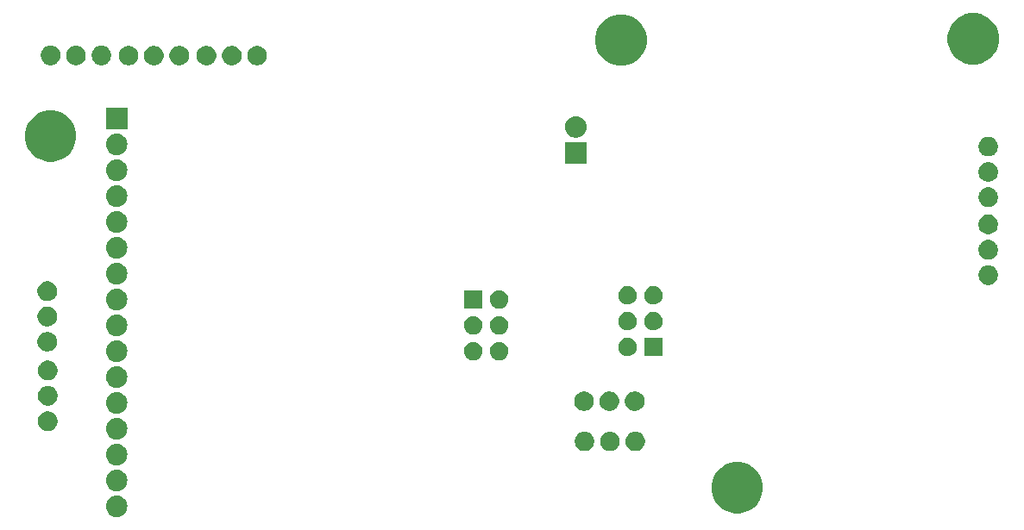
<source format=gbs>
G04 #@! TF.GenerationSoftware,KiCad,Pcbnew,(5.1.4-0-10_14)*
G04 #@! TF.CreationDate,2019-11-22T04:33:24-05:00*
G04 #@! TF.ProjectId,controllerBoard,636f6e74-726f-46c6-9c65-72426f617264,rev?*
G04 #@! TF.SameCoordinates,Original*
G04 #@! TF.FileFunction,Soldermask,Bot*
G04 #@! TF.FilePolarity,Negative*
%FSLAX46Y46*%
G04 Gerber Fmt 4.6, Leading zero omitted, Abs format (unit mm)*
G04 Created by KiCad (PCBNEW (5.1.4-0-10_14)) date 2019-11-22 04:33:24*
%MOMM*%
%LPD*%
G04 APERTURE LIST*
%ADD10C,0.100000*%
G04 APERTURE END LIST*
D10*
G36*
X31878707Y-99389197D02*
G01*
X31955836Y-99396793D01*
X32153762Y-99456833D01*
X32153765Y-99456834D01*
X32336170Y-99554332D01*
X32496055Y-99685545D01*
X32627268Y-99845430D01*
X32724766Y-100027835D01*
X32724767Y-100027838D01*
X32784807Y-100225764D01*
X32805080Y-100431600D01*
X32784807Y-100637436D01*
X32724767Y-100835362D01*
X32724766Y-100835365D01*
X32627268Y-101017770D01*
X32496055Y-101177655D01*
X32336170Y-101308868D01*
X32153765Y-101406366D01*
X32153762Y-101406367D01*
X31955836Y-101466407D01*
X31878707Y-101474004D01*
X31801580Y-101481600D01*
X31698420Y-101481600D01*
X31621293Y-101474004D01*
X31544164Y-101466407D01*
X31346238Y-101406367D01*
X31346235Y-101406366D01*
X31163830Y-101308868D01*
X31003945Y-101177655D01*
X30872732Y-101017770D01*
X30775234Y-100835365D01*
X30775233Y-100835362D01*
X30715193Y-100637436D01*
X30694920Y-100431600D01*
X30715193Y-100225764D01*
X30775233Y-100027838D01*
X30775234Y-100027835D01*
X30872732Y-99845430D01*
X31003945Y-99685545D01*
X31163830Y-99554332D01*
X31346235Y-99456834D01*
X31346238Y-99456833D01*
X31544164Y-99396793D01*
X31621293Y-99389197D01*
X31698420Y-99381600D01*
X31801580Y-99381600D01*
X31878707Y-99389197D01*
X31878707Y-99389197D01*
G37*
G36*
X93395452Y-96175699D02*
G01*
X93854808Y-96365971D01*
X93854810Y-96365972D01*
X93885393Y-96386407D01*
X94268219Y-96642203D01*
X94619797Y-96993781D01*
X94896029Y-97407192D01*
X95086301Y-97866548D01*
X95183300Y-98354197D01*
X95183300Y-98851403D01*
X95086301Y-99339052D01*
X94896029Y-99798408D01*
X94619797Y-100211819D01*
X94268219Y-100563397D01*
X94062917Y-100700575D01*
X93854810Y-100839628D01*
X93854809Y-100839629D01*
X93854808Y-100839629D01*
X93395452Y-101029901D01*
X92907803Y-101126900D01*
X92410597Y-101126900D01*
X91922948Y-101029901D01*
X91463592Y-100839629D01*
X91463591Y-100839629D01*
X91463590Y-100839628D01*
X91255483Y-100700575D01*
X91050181Y-100563397D01*
X90698603Y-100211819D01*
X90422371Y-99798408D01*
X90232099Y-99339052D01*
X90135100Y-98851403D01*
X90135100Y-98354197D01*
X90232099Y-97866548D01*
X90422371Y-97407192D01*
X90698603Y-96993781D01*
X91050181Y-96642203D01*
X91433007Y-96386407D01*
X91463590Y-96365972D01*
X91463592Y-96365971D01*
X91922948Y-96175699D01*
X92410597Y-96078700D01*
X92907803Y-96078700D01*
X93395452Y-96175699D01*
X93395452Y-96175699D01*
G37*
G36*
X31878707Y-96849196D02*
G01*
X31955836Y-96856793D01*
X32153762Y-96916833D01*
X32153765Y-96916834D01*
X32336170Y-97014332D01*
X32496055Y-97145545D01*
X32627268Y-97305430D01*
X32724766Y-97487835D01*
X32724767Y-97487838D01*
X32784807Y-97685764D01*
X32805080Y-97891600D01*
X32784807Y-98097436D01*
X32724767Y-98295362D01*
X32724766Y-98295365D01*
X32627268Y-98477770D01*
X32496055Y-98637655D01*
X32336170Y-98768868D01*
X32153765Y-98866366D01*
X32153762Y-98866367D01*
X31955836Y-98926407D01*
X31878707Y-98934003D01*
X31801580Y-98941600D01*
X31698420Y-98941600D01*
X31621293Y-98934003D01*
X31544164Y-98926407D01*
X31346238Y-98866367D01*
X31346235Y-98866366D01*
X31163830Y-98768868D01*
X31003945Y-98637655D01*
X30872732Y-98477770D01*
X30775234Y-98295365D01*
X30775233Y-98295362D01*
X30715193Y-98097436D01*
X30694920Y-97891600D01*
X30715193Y-97685764D01*
X30775233Y-97487838D01*
X30775234Y-97487835D01*
X30872732Y-97305430D01*
X31003945Y-97145545D01*
X31163830Y-97014332D01*
X31346235Y-96916834D01*
X31346238Y-96916833D01*
X31544164Y-96856793D01*
X31621293Y-96849196D01*
X31698420Y-96841600D01*
X31801580Y-96841600D01*
X31878707Y-96849196D01*
X31878707Y-96849196D01*
G37*
G36*
X31878707Y-94309197D02*
G01*
X31955836Y-94316793D01*
X32153762Y-94376833D01*
X32153765Y-94376834D01*
X32336170Y-94474332D01*
X32496055Y-94605545D01*
X32627268Y-94765430D01*
X32724766Y-94947835D01*
X32724767Y-94947838D01*
X32784807Y-95145764D01*
X32805080Y-95351600D01*
X32784807Y-95557436D01*
X32724767Y-95755362D01*
X32724766Y-95755365D01*
X32627268Y-95937770D01*
X32496055Y-96097655D01*
X32336170Y-96228868D01*
X32153765Y-96326366D01*
X32153762Y-96326367D01*
X31955836Y-96386407D01*
X31878707Y-96394003D01*
X31801580Y-96401600D01*
X31698420Y-96401600D01*
X31621293Y-96394003D01*
X31544164Y-96386407D01*
X31346238Y-96326367D01*
X31346235Y-96326366D01*
X31163830Y-96228868D01*
X31003945Y-96097655D01*
X30872732Y-95937770D01*
X30775234Y-95755365D01*
X30775233Y-95755362D01*
X30715193Y-95557436D01*
X30694920Y-95351600D01*
X30715193Y-95145764D01*
X30775233Y-94947838D01*
X30775234Y-94947835D01*
X30872732Y-94765430D01*
X31003945Y-94605545D01*
X31163830Y-94474332D01*
X31346235Y-94376834D01*
X31346238Y-94376833D01*
X31544164Y-94316793D01*
X31621293Y-94309197D01*
X31698420Y-94301600D01*
X31801580Y-94301600D01*
X31878707Y-94309197D01*
X31878707Y-94309197D01*
G37*
G36*
X82932204Y-93131168D02*
G01*
X83019742Y-93167428D01*
X83107278Y-93203686D01*
X83107279Y-93203687D01*
X83264837Y-93308963D01*
X83398837Y-93442963D01*
X83475470Y-93557654D01*
X83504114Y-93600522D01*
X83576632Y-93775596D01*
X83613600Y-93961450D01*
X83613600Y-94150950D01*
X83576632Y-94336804D01*
X83560051Y-94376833D01*
X83504114Y-94511878D01*
X83504113Y-94511879D01*
X83398837Y-94669437D01*
X83264837Y-94803437D01*
X83133479Y-94891207D01*
X83107278Y-94908714D01*
X83019742Y-94944972D01*
X82932204Y-94981232D01*
X82746350Y-95018200D01*
X82556850Y-95018200D01*
X82370996Y-94981232D01*
X82283458Y-94944972D01*
X82195922Y-94908714D01*
X82169721Y-94891207D01*
X82038363Y-94803437D01*
X81904363Y-94669437D01*
X81799087Y-94511879D01*
X81799086Y-94511878D01*
X81743149Y-94376833D01*
X81726568Y-94336804D01*
X81689600Y-94150950D01*
X81689600Y-93961450D01*
X81726568Y-93775596D01*
X81762828Y-93688058D01*
X81799086Y-93600522D01*
X81827730Y-93557654D01*
X81904363Y-93442963D01*
X82038363Y-93308963D01*
X82195921Y-93203687D01*
X82195922Y-93203686D01*
X82283458Y-93167428D01*
X82370996Y-93131168D01*
X82556850Y-93094200D01*
X82746350Y-93094200D01*
X82932204Y-93131168D01*
X82932204Y-93131168D01*
G37*
G36*
X80443004Y-93131168D02*
G01*
X80530542Y-93167428D01*
X80618078Y-93203686D01*
X80618079Y-93203687D01*
X80775637Y-93308963D01*
X80909637Y-93442963D01*
X80986270Y-93557654D01*
X81014914Y-93600522D01*
X81087432Y-93775596D01*
X81124400Y-93961450D01*
X81124400Y-94150950D01*
X81087432Y-94336804D01*
X81070851Y-94376833D01*
X81014914Y-94511878D01*
X81014913Y-94511879D01*
X80909637Y-94669437D01*
X80775637Y-94803437D01*
X80644279Y-94891207D01*
X80618078Y-94908714D01*
X80530542Y-94944972D01*
X80443004Y-94981232D01*
X80257150Y-95018200D01*
X80067650Y-95018200D01*
X79881796Y-94981232D01*
X79794258Y-94944972D01*
X79706722Y-94908714D01*
X79680521Y-94891207D01*
X79549163Y-94803437D01*
X79415163Y-94669437D01*
X79309887Y-94511879D01*
X79309886Y-94511878D01*
X79253949Y-94376833D01*
X79237368Y-94336804D01*
X79200400Y-94150950D01*
X79200400Y-93961450D01*
X79237368Y-93775596D01*
X79273628Y-93688058D01*
X79309886Y-93600522D01*
X79338530Y-93557654D01*
X79415163Y-93442963D01*
X79549163Y-93308963D01*
X79706721Y-93203687D01*
X79706722Y-93203686D01*
X79794258Y-93167428D01*
X79881796Y-93131168D01*
X80067650Y-93094200D01*
X80257150Y-93094200D01*
X80443004Y-93131168D01*
X80443004Y-93131168D01*
G37*
G36*
X77953804Y-93131168D02*
G01*
X78041342Y-93167428D01*
X78128878Y-93203686D01*
X78128879Y-93203687D01*
X78286437Y-93308963D01*
X78420437Y-93442963D01*
X78497070Y-93557654D01*
X78525714Y-93600522D01*
X78598232Y-93775596D01*
X78635200Y-93961450D01*
X78635200Y-94150950D01*
X78598232Y-94336804D01*
X78581651Y-94376833D01*
X78525714Y-94511878D01*
X78525713Y-94511879D01*
X78420437Y-94669437D01*
X78286437Y-94803437D01*
X78155079Y-94891207D01*
X78128878Y-94908714D01*
X78041342Y-94944972D01*
X77953804Y-94981232D01*
X77767950Y-95018200D01*
X77578450Y-95018200D01*
X77392596Y-94981232D01*
X77305058Y-94944972D01*
X77217522Y-94908714D01*
X77191321Y-94891207D01*
X77059963Y-94803437D01*
X76925963Y-94669437D01*
X76820687Y-94511879D01*
X76820686Y-94511878D01*
X76764749Y-94376833D01*
X76748168Y-94336804D01*
X76711200Y-94150950D01*
X76711200Y-93961450D01*
X76748168Y-93775596D01*
X76784428Y-93688058D01*
X76820686Y-93600522D01*
X76849330Y-93557654D01*
X76925963Y-93442963D01*
X77059963Y-93308963D01*
X77217521Y-93203687D01*
X77217522Y-93203686D01*
X77305058Y-93167428D01*
X77392596Y-93131168D01*
X77578450Y-93094200D01*
X77767950Y-93094200D01*
X77953804Y-93131168D01*
X77953804Y-93131168D01*
G37*
G36*
X31878707Y-91769196D02*
G01*
X31955836Y-91776793D01*
X32153762Y-91836833D01*
X32153765Y-91836834D01*
X32336170Y-91934332D01*
X32496055Y-92065545D01*
X32627268Y-92225430D01*
X32724766Y-92407835D01*
X32724767Y-92407838D01*
X32784807Y-92605764D01*
X32805080Y-92811600D01*
X32784807Y-93017436D01*
X32724767Y-93215362D01*
X32724766Y-93215365D01*
X32627268Y-93397770D01*
X32496055Y-93557655D01*
X32336170Y-93688868D01*
X32153765Y-93786366D01*
X32153762Y-93786367D01*
X31955836Y-93846407D01*
X31878707Y-93854003D01*
X31801580Y-93861600D01*
X31698420Y-93861600D01*
X31621293Y-93854003D01*
X31544164Y-93846407D01*
X31346238Y-93786367D01*
X31346235Y-93786366D01*
X31163830Y-93688868D01*
X31003945Y-93557655D01*
X30872732Y-93397770D01*
X30775234Y-93215365D01*
X30775233Y-93215362D01*
X30715193Y-93017436D01*
X30694920Y-92811600D01*
X30715193Y-92605764D01*
X30775233Y-92407838D01*
X30775234Y-92407835D01*
X30872732Y-92225430D01*
X31003945Y-92065545D01*
X31163830Y-91934332D01*
X31346235Y-91836834D01*
X31346238Y-91836833D01*
X31544164Y-91776793D01*
X31621293Y-91769196D01*
X31698420Y-91761600D01*
X31801580Y-91761600D01*
X31878707Y-91769196D01*
X31878707Y-91769196D01*
G37*
G36*
X25274204Y-91149968D02*
G01*
X25361742Y-91186228D01*
X25449278Y-91222486D01*
X25449279Y-91222487D01*
X25606837Y-91327763D01*
X25740837Y-91461763D01*
X25828607Y-91593121D01*
X25846114Y-91619322D01*
X25918632Y-91794396D01*
X25955600Y-91980250D01*
X25955600Y-92169750D01*
X25918632Y-92355604D01*
X25896997Y-92407835D01*
X25846114Y-92530678D01*
X25846113Y-92530679D01*
X25740837Y-92688237D01*
X25606837Y-92822237D01*
X25475479Y-92910007D01*
X25449278Y-92927514D01*
X25274204Y-93000032D01*
X25088350Y-93037000D01*
X24898850Y-93037000D01*
X24712996Y-93000032D01*
X24537922Y-92927514D01*
X24511721Y-92910007D01*
X24380363Y-92822237D01*
X24246363Y-92688237D01*
X24141087Y-92530679D01*
X24141086Y-92530678D01*
X24090203Y-92407835D01*
X24068568Y-92355604D01*
X24031600Y-92169750D01*
X24031600Y-91980250D01*
X24068568Y-91794396D01*
X24141086Y-91619322D01*
X24158593Y-91593121D01*
X24246363Y-91461763D01*
X24380363Y-91327763D01*
X24537921Y-91222487D01*
X24537922Y-91222486D01*
X24625458Y-91186228D01*
X24712996Y-91149968D01*
X24898850Y-91113000D01*
X25088350Y-91113000D01*
X25274204Y-91149968D01*
X25274204Y-91149968D01*
G37*
G36*
X31878707Y-89229197D02*
G01*
X31955836Y-89236793D01*
X32153762Y-89296833D01*
X32153765Y-89296834D01*
X32336170Y-89394332D01*
X32496055Y-89525545D01*
X32627268Y-89685430D01*
X32724766Y-89867835D01*
X32724767Y-89867838D01*
X32784807Y-90065764D01*
X32805080Y-90271600D01*
X32784807Y-90477436D01*
X32774676Y-90510832D01*
X32724766Y-90675365D01*
X32627268Y-90857770D01*
X32496055Y-91017655D01*
X32336170Y-91148868D01*
X32153765Y-91246366D01*
X32153762Y-91246367D01*
X31955836Y-91306407D01*
X31878707Y-91314004D01*
X31801580Y-91321600D01*
X31698420Y-91321600D01*
X31621293Y-91314004D01*
X31544164Y-91306407D01*
X31346238Y-91246367D01*
X31346235Y-91246366D01*
X31163830Y-91148868D01*
X31003945Y-91017655D01*
X30872732Y-90857770D01*
X30775234Y-90675365D01*
X30725324Y-90510832D01*
X30715193Y-90477436D01*
X30694920Y-90271600D01*
X30715193Y-90065764D01*
X30775233Y-89867838D01*
X30775234Y-89867835D01*
X30872732Y-89685430D01*
X31003945Y-89525545D01*
X31163830Y-89394332D01*
X31346235Y-89296834D01*
X31346238Y-89296833D01*
X31544164Y-89236793D01*
X31621293Y-89229197D01*
X31698420Y-89221600D01*
X31801580Y-89221600D01*
X31878707Y-89229197D01*
X31878707Y-89229197D01*
G37*
G36*
X82881404Y-89194168D02*
G01*
X82947630Y-89221600D01*
X83056478Y-89266686D01*
X83056479Y-89266687D01*
X83214037Y-89371963D01*
X83348037Y-89505963D01*
X83435807Y-89637321D01*
X83453314Y-89663522D01*
X83525832Y-89838596D01*
X83562800Y-90024450D01*
X83562800Y-90213950D01*
X83525832Y-90399804D01*
X83453314Y-90574878D01*
X83453313Y-90574879D01*
X83348037Y-90732437D01*
X83214037Y-90866437D01*
X83082679Y-90954207D01*
X83056478Y-90971714D01*
X82881404Y-91044232D01*
X82695550Y-91081200D01*
X82506050Y-91081200D01*
X82320196Y-91044232D01*
X82232658Y-91007972D01*
X82145122Y-90971714D01*
X82118921Y-90954207D01*
X81987563Y-90866437D01*
X81853563Y-90732437D01*
X81748287Y-90574879D01*
X81748286Y-90574878D01*
X81712028Y-90487342D01*
X81675768Y-90399804D01*
X81638800Y-90213950D01*
X81638800Y-90024450D01*
X81675768Y-89838596D01*
X81712028Y-89751058D01*
X81748286Y-89663522D01*
X81765793Y-89637321D01*
X81853563Y-89505963D01*
X81987563Y-89371963D01*
X82145121Y-89266687D01*
X82145122Y-89266686D01*
X82253970Y-89221600D01*
X82320196Y-89194168D01*
X82506050Y-89157200D01*
X82695550Y-89157200D01*
X82881404Y-89194168D01*
X82881404Y-89194168D01*
G37*
G36*
X80392204Y-89194168D02*
G01*
X80458430Y-89221600D01*
X80567278Y-89266686D01*
X80567279Y-89266687D01*
X80724837Y-89371963D01*
X80858837Y-89505963D01*
X80946607Y-89637321D01*
X80964114Y-89663522D01*
X81036632Y-89838596D01*
X81073600Y-90024450D01*
X81073600Y-90213950D01*
X81036632Y-90399804D01*
X80964114Y-90574878D01*
X80964113Y-90574879D01*
X80858837Y-90732437D01*
X80724837Y-90866437D01*
X80593479Y-90954207D01*
X80567278Y-90971714D01*
X80392204Y-91044232D01*
X80206350Y-91081200D01*
X80016850Y-91081200D01*
X79830996Y-91044232D01*
X79743458Y-91007972D01*
X79655922Y-90971714D01*
X79629721Y-90954207D01*
X79498363Y-90866437D01*
X79364363Y-90732437D01*
X79259087Y-90574879D01*
X79259086Y-90574878D01*
X79222828Y-90487342D01*
X79186568Y-90399804D01*
X79149600Y-90213950D01*
X79149600Y-90024450D01*
X79186568Y-89838596D01*
X79222828Y-89751058D01*
X79259086Y-89663522D01*
X79276593Y-89637321D01*
X79364363Y-89505963D01*
X79498363Y-89371963D01*
X79655921Y-89266687D01*
X79655922Y-89266686D01*
X79764770Y-89221600D01*
X79830996Y-89194168D01*
X80016850Y-89157200D01*
X80206350Y-89157200D01*
X80392204Y-89194168D01*
X80392204Y-89194168D01*
G37*
G36*
X77903004Y-89194168D02*
G01*
X77969230Y-89221600D01*
X78078078Y-89266686D01*
X78078079Y-89266687D01*
X78235637Y-89371963D01*
X78369637Y-89505963D01*
X78457407Y-89637321D01*
X78474914Y-89663522D01*
X78547432Y-89838596D01*
X78584400Y-90024450D01*
X78584400Y-90213950D01*
X78547432Y-90399804D01*
X78474914Y-90574878D01*
X78474913Y-90574879D01*
X78369637Y-90732437D01*
X78235637Y-90866437D01*
X78104279Y-90954207D01*
X78078078Y-90971714D01*
X77903004Y-91044232D01*
X77717150Y-91081200D01*
X77527650Y-91081200D01*
X77341796Y-91044232D01*
X77254258Y-91007972D01*
X77166722Y-90971714D01*
X77140521Y-90954207D01*
X77009163Y-90866437D01*
X76875163Y-90732437D01*
X76769887Y-90574879D01*
X76769886Y-90574878D01*
X76733628Y-90487342D01*
X76697368Y-90399804D01*
X76660400Y-90213950D01*
X76660400Y-90024450D01*
X76697368Y-89838596D01*
X76733628Y-89751058D01*
X76769886Y-89663522D01*
X76787393Y-89637321D01*
X76875163Y-89505963D01*
X77009163Y-89371963D01*
X77166721Y-89266687D01*
X77166722Y-89266686D01*
X77275570Y-89221600D01*
X77341796Y-89194168D01*
X77527650Y-89157200D01*
X77717150Y-89157200D01*
X77903004Y-89194168D01*
X77903004Y-89194168D01*
G37*
G36*
X25274204Y-88660768D02*
G01*
X25361742Y-88697028D01*
X25449278Y-88733286D01*
X25449279Y-88733287D01*
X25606837Y-88838563D01*
X25740837Y-88972563D01*
X25828607Y-89103921D01*
X25846114Y-89130122D01*
X25857330Y-89157200D01*
X25918632Y-89305196D01*
X25955600Y-89491050D01*
X25955600Y-89680550D01*
X25918632Y-89866404D01*
X25882372Y-89953942D01*
X25846114Y-90041478D01*
X25846113Y-90041479D01*
X25740837Y-90199037D01*
X25606837Y-90333037D01*
X25475479Y-90420807D01*
X25449278Y-90438314D01*
X25361742Y-90474572D01*
X25274204Y-90510832D01*
X25088350Y-90547800D01*
X24898850Y-90547800D01*
X24712996Y-90510832D01*
X24625458Y-90474572D01*
X24537922Y-90438314D01*
X24511721Y-90420807D01*
X24380363Y-90333037D01*
X24246363Y-90199037D01*
X24141087Y-90041479D01*
X24141086Y-90041478D01*
X24104828Y-89953942D01*
X24068568Y-89866404D01*
X24031600Y-89680550D01*
X24031600Y-89491050D01*
X24068568Y-89305196D01*
X24129870Y-89157200D01*
X24141086Y-89130122D01*
X24158593Y-89103921D01*
X24246363Y-88972563D01*
X24380363Y-88838563D01*
X24537921Y-88733287D01*
X24537922Y-88733286D01*
X24625458Y-88697028D01*
X24712996Y-88660768D01*
X24898850Y-88623800D01*
X25088350Y-88623800D01*
X25274204Y-88660768D01*
X25274204Y-88660768D01*
G37*
G36*
X31878707Y-86689196D02*
G01*
X31955836Y-86696793D01*
X32153762Y-86756833D01*
X32153765Y-86756834D01*
X32336170Y-86854332D01*
X32496055Y-86985545D01*
X32627268Y-87145430D01*
X32724766Y-87327835D01*
X32724767Y-87327838D01*
X32784807Y-87525764D01*
X32805080Y-87731600D01*
X32784807Y-87937436D01*
X32748052Y-88058600D01*
X32724766Y-88135365D01*
X32627268Y-88317770D01*
X32496055Y-88477655D01*
X32336170Y-88608868D01*
X32153765Y-88706366D01*
X32153762Y-88706367D01*
X31955836Y-88766407D01*
X31878707Y-88774003D01*
X31801580Y-88781600D01*
X31698420Y-88781600D01*
X31621293Y-88774003D01*
X31544164Y-88766407D01*
X31346238Y-88706367D01*
X31346235Y-88706366D01*
X31163830Y-88608868D01*
X31003945Y-88477655D01*
X30872732Y-88317770D01*
X30775234Y-88135365D01*
X30751948Y-88058600D01*
X30715193Y-87937436D01*
X30694920Y-87731600D01*
X30715193Y-87525764D01*
X30775233Y-87327838D01*
X30775234Y-87327835D01*
X30872732Y-87145430D01*
X31003945Y-86985545D01*
X31163830Y-86854332D01*
X31346235Y-86756834D01*
X31346238Y-86756833D01*
X31544164Y-86696793D01*
X31621293Y-86689196D01*
X31698420Y-86681600D01*
X31801580Y-86681600D01*
X31878707Y-86689196D01*
X31878707Y-86689196D01*
G37*
G36*
X25274204Y-86171568D02*
G01*
X25361742Y-86207828D01*
X25449278Y-86244086D01*
X25449279Y-86244087D01*
X25606837Y-86349363D01*
X25740837Y-86483363D01*
X25828607Y-86614721D01*
X25846114Y-86640922D01*
X25862963Y-86681600D01*
X25918632Y-86815996D01*
X25955600Y-87001850D01*
X25955600Y-87191350D01*
X25918632Y-87377204D01*
X25882372Y-87464742D01*
X25846114Y-87552278D01*
X25846113Y-87552279D01*
X25740837Y-87709837D01*
X25606837Y-87843837D01*
X25475479Y-87931607D01*
X25449278Y-87949114D01*
X25361742Y-87985372D01*
X25274204Y-88021632D01*
X25088350Y-88058600D01*
X24898850Y-88058600D01*
X24712996Y-88021632D01*
X24625458Y-87985372D01*
X24537922Y-87949114D01*
X24511721Y-87931607D01*
X24380363Y-87843837D01*
X24246363Y-87709837D01*
X24141087Y-87552279D01*
X24141086Y-87552278D01*
X24104828Y-87464742D01*
X24068568Y-87377204D01*
X24031600Y-87191350D01*
X24031600Y-87001850D01*
X24068568Y-86815996D01*
X24124237Y-86681600D01*
X24141086Y-86640922D01*
X24158593Y-86614721D01*
X24246363Y-86483363D01*
X24380363Y-86349363D01*
X24537921Y-86244087D01*
X24537922Y-86244086D01*
X24625458Y-86207828D01*
X24712996Y-86171568D01*
X24898850Y-86134600D01*
X25088350Y-86134600D01*
X25274204Y-86171568D01*
X25274204Y-86171568D01*
G37*
G36*
X31878707Y-84149197D02*
G01*
X31955836Y-84156793D01*
X32153762Y-84216833D01*
X32153765Y-84216834D01*
X32336170Y-84314332D01*
X32496055Y-84445545D01*
X32627268Y-84605430D01*
X32724766Y-84787835D01*
X32724767Y-84787838D01*
X32784807Y-84985764D01*
X32805080Y-85191600D01*
X32784807Y-85397436D01*
X32767612Y-85454120D01*
X32724766Y-85595365D01*
X32627268Y-85777770D01*
X32496055Y-85937655D01*
X32336170Y-86068868D01*
X32153765Y-86166366D01*
X32153762Y-86166367D01*
X31955836Y-86226407D01*
X31878707Y-86234004D01*
X31801580Y-86241600D01*
X31698420Y-86241600D01*
X31621293Y-86234004D01*
X31544164Y-86226407D01*
X31346238Y-86166367D01*
X31346235Y-86166366D01*
X31163830Y-86068868D01*
X31003945Y-85937655D01*
X30872732Y-85777770D01*
X30775234Y-85595365D01*
X30732388Y-85454120D01*
X30715193Y-85397436D01*
X30694920Y-85191600D01*
X30715193Y-84985764D01*
X30775233Y-84787838D01*
X30775234Y-84787835D01*
X30872732Y-84605430D01*
X31003945Y-84445545D01*
X31163830Y-84314332D01*
X31346235Y-84216834D01*
X31346238Y-84216833D01*
X31544164Y-84156793D01*
X31621293Y-84149197D01*
X31698420Y-84141600D01*
X31801580Y-84141600D01*
X31878707Y-84149197D01*
X31878707Y-84149197D01*
G37*
G36*
X67013720Y-84326186D02*
G01*
X67092680Y-84358892D01*
X67177510Y-84394030D01*
X67324917Y-84492524D01*
X67450276Y-84617883D01*
X67548770Y-84765290D01*
X67548771Y-84765292D01*
X67616614Y-84929080D01*
X67651200Y-85102956D01*
X67651200Y-85280244D01*
X67616614Y-85454120D01*
X67558109Y-85595365D01*
X67548770Y-85617910D01*
X67450276Y-85765317D01*
X67324917Y-85890676D01*
X67177510Y-85989170D01*
X67177509Y-85989171D01*
X67177508Y-85989171D01*
X67013720Y-86057014D01*
X66839844Y-86091600D01*
X66662556Y-86091600D01*
X66488680Y-86057014D01*
X66324892Y-85989171D01*
X66324891Y-85989171D01*
X66324890Y-85989170D01*
X66177483Y-85890676D01*
X66052124Y-85765317D01*
X65953630Y-85617910D01*
X65944292Y-85595365D01*
X65885786Y-85454120D01*
X65851200Y-85280244D01*
X65851200Y-85102956D01*
X65885786Y-84929080D01*
X65953629Y-84765292D01*
X65953630Y-84765290D01*
X66052124Y-84617883D01*
X66177483Y-84492524D01*
X66324890Y-84394030D01*
X66409721Y-84358892D01*
X66488680Y-84326186D01*
X66662556Y-84291600D01*
X66839844Y-84291600D01*
X67013720Y-84326186D01*
X67013720Y-84326186D01*
G37*
G36*
X69553720Y-84326186D02*
G01*
X69632680Y-84358892D01*
X69717510Y-84394030D01*
X69864917Y-84492524D01*
X69990276Y-84617883D01*
X70088770Y-84765290D01*
X70088771Y-84765292D01*
X70156614Y-84929080D01*
X70191200Y-85102956D01*
X70191200Y-85280244D01*
X70156614Y-85454120D01*
X70098109Y-85595365D01*
X70088770Y-85617910D01*
X69990276Y-85765317D01*
X69864917Y-85890676D01*
X69717510Y-85989170D01*
X69717509Y-85989171D01*
X69717508Y-85989171D01*
X69553720Y-86057014D01*
X69379844Y-86091600D01*
X69202556Y-86091600D01*
X69028680Y-86057014D01*
X68864892Y-85989171D01*
X68864891Y-85989171D01*
X68864890Y-85989170D01*
X68717483Y-85890676D01*
X68592124Y-85765317D01*
X68493630Y-85617910D01*
X68484292Y-85595365D01*
X68425786Y-85454120D01*
X68391200Y-85280244D01*
X68391200Y-85102956D01*
X68425786Y-84929080D01*
X68493629Y-84765292D01*
X68493630Y-84765290D01*
X68592124Y-84617883D01*
X68717483Y-84492524D01*
X68864890Y-84394030D01*
X68949721Y-84358892D01*
X69028680Y-84326186D01*
X69202556Y-84291600D01*
X69379844Y-84291600D01*
X69553720Y-84326186D01*
X69553720Y-84326186D01*
G37*
G36*
X82152120Y-83919786D02*
G01*
X82315910Y-83987630D01*
X82463317Y-84086124D01*
X82588676Y-84211483D01*
X82592251Y-84216834D01*
X82687171Y-84358892D01*
X82755014Y-84522680D01*
X82789600Y-84696556D01*
X82789600Y-84873844D01*
X82755014Y-85047720D01*
X82691014Y-85202231D01*
X82687170Y-85211510D01*
X82588676Y-85358917D01*
X82463317Y-85484276D01*
X82315910Y-85582770D01*
X82315909Y-85582771D01*
X82315908Y-85582771D01*
X82152120Y-85650614D01*
X81978244Y-85685200D01*
X81800956Y-85685200D01*
X81627080Y-85650614D01*
X81463292Y-85582771D01*
X81463291Y-85582771D01*
X81463290Y-85582770D01*
X81315883Y-85484276D01*
X81190524Y-85358917D01*
X81092030Y-85211510D01*
X81088187Y-85202231D01*
X81024186Y-85047720D01*
X80989600Y-84873844D01*
X80989600Y-84696556D01*
X81024186Y-84522680D01*
X81092029Y-84358892D01*
X81186949Y-84216834D01*
X81190524Y-84211483D01*
X81315883Y-84086124D01*
X81463290Y-83987630D01*
X81627080Y-83919786D01*
X81800956Y-83885200D01*
X81978244Y-83885200D01*
X82152120Y-83919786D01*
X82152120Y-83919786D01*
G37*
G36*
X85329600Y-85685200D02*
G01*
X83529600Y-85685200D01*
X83529600Y-83885200D01*
X85329600Y-83885200D01*
X85329600Y-85685200D01*
X85329600Y-85685200D01*
G37*
G36*
X25223404Y-83352168D02*
G01*
X25310942Y-83388428D01*
X25398478Y-83424686D01*
X25398479Y-83424687D01*
X25556037Y-83529963D01*
X25690037Y-83663963D01*
X25777807Y-83795321D01*
X25795314Y-83821522D01*
X25821690Y-83885200D01*
X25867832Y-83996596D01*
X25904800Y-84182450D01*
X25904800Y-84371950D01*
X25867832Y-84557804D01*
X25842946Y-84617883D01*
X25795314Y-84732878D01*
X25795313Y-84732879D01*
X25690037Y-84890437D01*
X25556037Y-85024437D01*
X25438524Y-85102956D01*
X25398478Y-85129714D01*
X25310942Y-85165972D01*
X25223404Y-85202232D01*
X25037550Y-85239200D01*
X24848050Y-85239200D01*
X24662196Y-85202232D01*
X24574658Y-85165972D01*
X24487122Y-85129714D01*
X24447076Y-85102956D01*
X24329563Y-85024437D01*
X24195563Y-84890437D01*
X24090287Y-84732879D01*
X24090286Y-84732878D01*
X24042654Y-84617883D01*
X24017768Y-84557804D01*
X23980800Y-84371950D01*
X23980800Y-84182450D01*
X24017768Y-83996596D01*
X24063910Y-83885200D01*
X24090286Y-83821522D01*
X24107793Y-83795321D01*
X24195563Y-83663963D01*
X24329563Y-83529963D01*
X24487121Y-83424687D01*
X24487122Y-83424686D01*
X24574658Y-83388428D01*
X24662196Y-83352168D01*
X24848050Y-83315200D01*
X25037550Y-83315200D01*
X25223404Y-83352168D01*
X25223404Y-83352168D01*
G37*
G36*
X31878707Y-81609196D02*
G01*
X31955836Y-81616793D01*
X32153762Y-81676833D01*
X32153765Y-81676834D01*
X32336170Y-81774332D01*
X32496055Y-81905545D01*
X32627268Y-82065430D01*
X32724766Y-82247835D01*
X32724767Y-82247838D01*
X32784807Y-82445764D01*
X32805080Y-82651600D01*
X32784807Y-82857436D01*
X32767612Y-82914120D01*
X32724766Y-83055365D01*
X32627268Y-83237770D01*
X32496055Y-83397655D01*
X32336170Y-83528868D01*
X32153765Y-83626366D01*
X32153762Y-83626367D01*
X31955836Y-83686407D01*
X31878707Y-83694003D01*
X31801580Y-83701600D01*
X31698420Y-83701600D01*
X31621293Y-83694003D01*
X31544164Y-83686407D01*
X31346238Y-83626367D01*
X31346235Y-83626366D01*
X31163830Y-83528868D01*
X31003945Y-83397655D01*
X30872732Y-83237770D01*
X30775234Y-83055365D01*
X30732388Y-82914120D01*
X30715193Y-82857436D01*
X30694920Y-82651600D01*
X30715193Y-82445764D01*
X30775233Y-82247838D01*
X30775234Y-82247835D01*
X30872732Y-82065430D01*
X31003945Y-81905545D01*
X31163830Y-81774332D01*
X31346235Y-81676834D01*
X31346238Y-81676833D01*
X31544164Y-81616793D01*
X31621293Y-81609196D01*
X31698420Y-81601600D01*
X31801580Y-81601600D01*
X31878707Y-81609196D01*
X31878707Y-81609196D01*
G37*
G36*
X69553720Y-81786186D02*
G01*
X69632680Y-81818892D01*
X69717510Y-81854030D01*
X69864917Y-81952524D01*
X69990276Y-82077883D01*
X70088770Y-82225290D01*
X70088771Y-82225292D01*
X70156614Y-82389080D01*
X70191200Y-82562956D01*
X70191200Y-82740244D01*
X70156614Y-82914120D01*
X70098109Y-83055365D01*
X70088770Y-83077910D01*
X69990276Y-83225317D01*
X69864917Y-83350676D01*
X69717510Y-83449170D01*
X69717509Y-83449171D01*
X69717508Y-83449171D01*
X69553720Y-83517014D01*
X69379844Y-83551600D01*
X69202556Y-83551600D01*
X69028680Y-83517014D01*
X68864892Y-83449171D01*
X68864891Y-83449171D01*
X68864890Y-83449170D01*
X68717483Y-83350676D01*
X68592124Y-83225317D01*
X68493630Y-83077910D01*
X68484292Y-83055365D01*
X68425786Y-82914120D01*
X68391200Y-82740244D01*
X68391200Y-82562956D01*
X68425786Y-82389080D01*
X68493629Y-82225292D01*
X68493630Y-82225290D01*
X68592124Y-82077883D01*
X68717483Y-81952524D01*
X68864890Y-81854030D01*
X68949721Y-81818892D01*
X69028680Y-81786186D01*
X69202556Y-81751600D01*
X69379844Y-81751600D01*
X69553720Y-81786186D01*
X69553720Y-81786186D01*
G37*
G36*
X67013720Y-81786186D02*
G01*
X67092680Y-81818892D01*
X67177510Y-81854030D01*
X67324917Y-81952524D01*
X67450276Y-82077883D01*
X67548770Y-82225290D01*
X67548771Y-82225292D01*
X67616614Y-82389080D01*
X67651200Y-82562956D01*
X67651200Y-82740244D01*
X67616614Y-82914120D01*
X67558109Y-83055365D01*
X67548770Y-83077910D01*
X67450276Y-83225317D01*
X67324917Y-83350676D01*
X67177510Y-83449170D01*
X67177509Y-83449171D01*
X67177508Y-83449171D01*
X67013720Y-83517014D01*
X66839844Y-83551600D01*
X66662556Y-83551600D01*
X66488680Y-83517014D01*
X66324892Y-83449171D01*
X66324891Y-83449171D01*
X66324890Y-83449170D01*
X66177483Y-83350676D01*
X66052124Y-83225317D01*
X65953630Y-83077910D01*
X65944292Y-83055365D01*
X65885786Y-82914120D01*
X65851200Y-82740244D01*
X65851200Y-82562956D01*
X65885786Y-82389080D01*
X65953629Y-82225292D01*
X65953630Y-82225290D01*
X66052124Y-82077883D01*
X66177483Y-81952524D01*
X66324890Y-81854030D01*
X66409721Y-81818892D01*
X66488680Y-81786186D01*
X66662556Y-81751600D01*
X66839844Y-81751600D01*
X67013720Y-81786186D01*
X67013720Y-81786186D01*
G37*
G36*
X82152120Y-81379786D02*
G01*
X82315910Y-81447630D01*
X82463317Y-81546124D01*
X82588676Y-81671483D01*
X82642208Y-81751600D01*
X82687171Y-81818892D01*
X82755014Y-81982680D01*
X82789600Y-82156556D01*
X82789600Y-82333844D01*
X82755014Y-82507720D01*
X82700010Y-82640513D01*
X82687170Y-82671510D01*
X82588676Y-82818917D01*
X82463317Y-82944276D01*
X82315910Y-83042770D01*
X82315909Y-83042771D01*
X82315908Y-83042771D01*
X82152120Y-83110614D01*
X81978244Y-83145200D01*
X81800956Y-83145200D01*
X81627080Y-83110614D01*
X81463292Y-83042771D01*
X81463291Y-83042771D01*
X81463290Y-83042770D01*
X81315883Y-82944276D01*
X81190524Y-82818917D01*
X81092030Y-82671510D01*
X81079191Y-82640513D01*
X81024186Y-82507720D01*
X80989600Y-82333844D01*
X80989600Y-82156556D01*
X81024186Y-81982680D01*
X81092029Y-81818892D01*
X81136992Y-81751600D01*
X81190524Y-81671483D01*
X81315883Y-81546124D01*
X81463290Y-81447630D01*
X81627080Y-81379786D01*
X81800956Y-81345200D01*
X81978244Y-81345200D01*
X82152120Y-81379786D01*
X82152120Y-81379786D01*
G37*
G36*
X84692120Y-81379786D02*
G01*
X84855910Y-81447630D01*
X85003317Y-81546124D01*
X85128676Y-81671483D01*
X85182208Y-81751600D01*
X85227171Y-81818892D01*
X85295014Y-81982680D01*
X85329600Y-82156556D01*
X85329600Y-82333844D01*
X85295014Y-82507720D01*
X85240010Y-82640513D01*
X85227170Y-82671510D01*
X85128676Y-82818917D01*
X85003317Y-82944276D01*
X84855910Y-83042770D01*
X84855909Y-83042771D01*
X84855908Y-83042771D01*
X84692120Y-83110614D01*
X84518244Y-83145200D01*
X84340956Y-83145200D01*
X84167080Y-83110614D01*
X84003292Y-83042771D01*
X84003291Y-83042771D01*
X84003290Y-83042770D01*
X83855883Y-82944276D01*
X83730524Y-82818917D01*
X83632030Y-82671510D01*
X83619191Y-82640513D01*
X83564186Y-82507720D01*
X83529600Y-82333844D01*
X83529600Y-82156556D01*
X83564186Y-81982680D01*
X83632029Y-81818892D01*
X83676992Y-81751600D01*
X83730524Y-81671483D01*
X83855883Y-81546124D01*
X84003290Y-81447630D01*
X84167080Y-81379786D01*
X84340956Y-81345200D01*
X84518244Y-81345200D01*
X84692120Y-81379786D01*
X84692120Y-81379786D01*
G37*
G36*
X25223404Y-80862968D02*
G01*
X25398478Y-80935486D01*
X25398479Y-80935487D01*
X25556037Y-81040763D01*
X25690037Y-81174763D01*
X25777807Y-81306121D01*
X25795314Y-81332322D01*
X25800648Y-81345200D01*
X25867832Y-81507396D01*
X25904800Y-81693250D01*
X25904800Y-81882750D01*
X25867832Y-82068604D01*
X25863988Y-82077883D01*
X25795314Y-82243678D01*
X25795313Y-82243679D01*
X25690037Y-82401237D01*
X25556037Y-82535237D01*
X25424679Y-82623007D01*
X25398478Y-82640514D01*
X25323651Y-82671508D01*
X25223404Y-82713032D01*
X25037550Y-82750000D01*
X24848050Y-82750000D01*
X24662196Y-82713032D01*
X24561949Y-82671508D01*
X24487122Y-82640514D01*
X24460921Y-82623007D01*
X24329563Y-82535237D01*
X24195563Y-82401237D01*
X24090287Y-82243679D01*
X24090286Y-82243678D01*
X24021612Y-82077883D01*
X24017768Y-82068604D01*
X23980800Y-81882750D01*
X23980800Y-81693250D01*
X24017768Y-81507396D01*
X24084952Y-81345200D01*
X24090286Y-81332322D01*
X24107793Y-81306121D01*
X24195563Y-81174763D01*
X24329563Y-81040763D01*
X24487121Y-80935487D01*
X24487122Y-80935486D01*
X24662196Y-80862968D01*
X24848050Y-80826000D01*
X25037550Y-80826000D01*
X25223404Y-80862968D01*
X25223404Y-80862968D01*
G37*
G36*
X31878707Y-79069197D02*
G01*
X31955836Y-79076793D01*
X32153762Y-79136833D01*
X32153765Y-79136834D01*
X32336170Y-79234332D01*
X32496055Y-79365545D01*
X32627268Y-79525430D01*
X32724766Y-79707835D01*
X32724767Y-79707838D01*
X32784807Y-79905764D01*
X32805080Y-80111600D01*
X32784807Y-80317436D01*
X32767612Y-80374120D01*
X32724766Y-80515365D01*
X32627268Y-80697770D01*
X32496055Y-80857655D01*
X32336170Y-80988868D01*
X32153765Y-81086366D01*
X32153762Y-81086367D01*
X31955836Y-81146407D01*
X31878707Y-81154004D01*
X31801580Y-81161600D01*
X31698420Y-81161600D01*
X31621293Y-81154004D01*
X31544164Y-81146407D01*
X31346238Y-81086367D01*
X31346235Y-81086366D01*
X31163830Y-80988868D01*
X31003945Y-80857655D01*
X30872732Y-80697770D01*
X30775234Y-80515365D01*
X30732388Y-80374120D01*
X30715193Y-80317436D01*
X30694920Y-80111600D01*
X30715193Y-79905764D01*
X30775233Y-79707838D01*
X30775234Y-79707835D01*
X30872732Y-79525430D01*
X31003945Y-79365545D01*
X31163830Y-79234332D01*
X31346235Y-79136834D01*
X31346238Y-79136833D01*
X31544164Y-79076793D01*
X31621293Y-79069197D01*
X31698420Y-79061600D01*
X31801580Y-79061600D01*
X31878707Y-79069197D01*
X31878707Y-79069197D01*
G37*
G36*
X69553720Y-79246186D02*
G01*
X69632680Y-79278892D01*
X69717510Y-79314030D01*
X69864917Y-79412524D01*
X69990276Y-79537883D01*
X70088770Y-79685290D01*
X70088771Y-79685292D01*
X70156614Y-79849080D01*
X70191200Y-80022956D01*
X70191200Y-80200244D01*
X70156614Y-80374120D01*
X70098109Y-80515365D01*
X70088770Y-80537910D01*
X69990276Y-80685317D01*
X69864917Y-80810676D01*
X69717510Y-80909170D01*
X69717509Y-80909171D01*
X69717508Y-80909171D01*
X69553720Y-80977014D01*
X69379844Y-81011600D01*
X69202556Y-81011600D01*
X69028680Y-80977014D01*
X68864892Y-80909171D01*
X68864891Y-80909171D01*
X68864890Y-80909170D01*
X68717483Y-80810676D01*
X68592124Y-80685317D01*
X68493630Y-80537910D01*
X68484292Y-80515365D01*
X68425786Y-80374120D01*
X68391200Y-80200244D01*
X68391200Y-80022956D01*
X68425786Y-79849080D01*
X68493629Y-79685292D01*
X68493630Y-79685290D01*
X68592124Y-79537883D01*
X68717483Y-79412524D01*
X68864890Y-79314030D01*
X68949721Y-79278892D01*
X69028680Y-79246186D01*
X69202556Y-79211600D01*
X69379844Y-79211600D01*
X69553720Y-79246186D01*
X69553720Y-79246186D01*
G37*
G36*
X67651200Y-81011600D02*
G01*
X65851200Y-81011600D01*
X65851200Y-79211600D01*
X67651200Y-79211600D01*
X67651200Y-81011600D01*
X67651200Y-81011600D01*
G37*
G36*
X82152120Y-78839786D02*
G01*
X82315910Y-78907630D01*
X82463317Y-79006124D01*
X82588676Y-79131483D01*
X82637164Y-79204051D01*
X82687171Y-79278892D01*
X82755014Y-79442680D01*
X82789600Y-79616556D01*
X82789600Y-79793844D01*
X82755014Y-79967720D01*
X82687170Y-80131510D01*
X82588676Y-80278917D01*
X82463317Y-80404276D01*
X82315910Y-80502770D01*
X82315909Y-80502771D01*
X82315908Y-80502771D01*
X82152120Y-80570614D01*
X81978244Y-80605200D01*
X81800956Y-80605200D01*
X81627080Y-80570614D01*
X81463292Y-80502771D01*
X81463291Y-80502771D01*
X81463290Y-80502770D01*
X81315883Y-80404276D01*
X81190524Y-80278917D01*
X81092030Y-80131510D01*
X81024186Y-79967720D01*
X80989600Y-79793844D01*
X80989600Y-79616556D01*
X81024186Y-79442680D01*
X81092029Y-79278892D01*
X81142036Y-79204051D01*
X81190524Y-79131483D01*
X81315883Y-79006124D01*
X81463290Y-78907630D01*
X81627080Y-78839786D01*
X81800956Y-78805200D01*
X81978244Y-78805200D01*
X82152120Y-78839786D01*
X82152120Y-78839786D01*
G37*
G36*
X84692120Y-78839786D02*
G01*
X84855910Y-78907630D01*
X85003317Y-79006124D01*
X85128676Y-79131483D01*
X85177164Y-79204051D01*
X85227171Y-79278892D01*
X85295014Y-79442680D01*
X85329600Y-79616556D01*
X85329600Y-79793844D01*
X85295014Y-79967720D01*
X85227170Y-80131510D01*
X85128676Y-80278917D01*
X85003317Y-80404276D01*
X84855910Y-80502770D01*
X84855909Y-80502771D01*
X84855908Y-80502771D01*
X84692120Y-80570614D01*
X84518244Y-80605200D01*
X84340956Y-80605200D01*
X84167080Y-80570614D01*
X84003292Y-80502771D01*
X84003291Y-80502771D01*
X84003290Y-80502770D01*
X83855883Y-80404276D01*
X83730524Y-80278917D01*
X83632030Y-80131510D01*
X83564186Y-79967720D01*
X83529600Y-79793844D01*
X83529600Y-79616556D01*
X83564186Y-79442680D01*
X83632029Y-79278892D01*
X83682036Y-79204051D01*
X83730524Y-79131483D01*
X83855883Y-79006124D01*
X84003290Y-78907630D01*
X84167080Y-78839786D01*
X84340956Y-78805200D01*
X84518244Y-78805200D01*
X84692120Y-78839786D01*
X84692120Y-78839786D01*
G37*
G36*
X25223404Y-78373768D02*
G01*
X25310942Y-78410028D01*
X25398478Y-78446286D01*
X25402342Y-78448868D01*
X25556037Y-78551563D01*
X25690037Y-78685563D01*
X25769975Y-78805200D01*
X25795314Y-78843122D01*
X25822033Y-78907629D01*
X25867832Y-79018196D01*
X25904800Y-79204050D01*
X25904800Y-79393550D01*
X25867832Y-79579404D01*
X25852443Y-79616556D01*
X25795314Y-79754478D01*
X25795313Y-79754479D01*
X25690037Y-79912037D01*
X25556037Y-80046037D01*
X25424679Y-80133807D01*
X25398478Y-80151314D01*
X25223404Y-80223832D01*
X25037550Y-80260800D01*
X24848050Y-80260800D01*
X24662196Y-80223832D01*
X24487122Y-80151314D01*
X24460921Y-80133807D01*
X24329563Y-80046037D01*
X24195563Y-79912037D01*
X24090287Y-79754479D01*
X24090286Y-79754478D01*
X24033157Y-79616556D01*
X24017768Y-79579404D01*
X23980800Y-79393550D01*
X23980800Y-79204050D01*
X24017768Y-79018196D01*
X24063567Y-78907629D01*
X24090286Y-78843122D01*
X24115625Y-78805200D01*
X24195563Y-78685563D01*
X24329563Y-78551563D01*
X24483258Y-78448868D01*
X24487122Y-78446286D01*
X24574658Y-78410028D01*
X24662196Y-78373768D01*
X24848050Y-78336800D01*
X25037550Y-78336800D01*
X25223404Y-78373768D01*
X25223404Y-78373768D01*
G37*
G36*
X117577804Y-76798968D02*
G01*
X117641966Y-76825545D01*
X117752878Y-76871486D01*
X117752879Y-76871487D01*
X117910437Y-76976763D01*
X118044437Y-77110763D01*
X118132207Y-77242121D01*
X118149714Y-77268322D01*
X118185972Y-77355858D01*
X118222232Y-77443396D01*
X118259200Y-77629250D01*
X118259200Y-77818750D01*
X118222232Y-78004604D01*
X118185972Y-78092142D01*
X118149714Y-78179678D01*
X118149713Y-78179679D01*
X118044437Y-78337237D01*
X117910437Y-78471237D01*
X117790215Y-78551566D01*
X117752878Y-78576514D01*
X117680709Y-78606407D01*
X117577804Y-78649032D01*
X117391950Y-78686000D01*
X117202450Y-78686000D01*
X117016596Y-78649032D01*
X116913691Y-78606407D01*
X116841522Y-78576514D01*
X116804185Y-78551566D01*
X116683963Y-78471237D01*
X116549963Y-78337237D01*
X116444687Y-78179679D01*
X116444686Y-78179678D01*
X116408428Y-78092142D01*
X116372168Y-78004604D01*
X116335200Y-77818750D01*
X116335200Y-77629250D01*
X116372168Y-77443396D01*
X116408428Y-77355858D01*
X116444686Y-77268322D01*
X116462193Y-77242121D01*
X116549963Y-77110763D01*
X116683963Y-76976763D01*
X116841521Y-76871487D01*
X116841522Y-76871486D01*
X116952434Y-76825545D01*
X117016596Y-76798968D01*
X117202450Y-76762000D01*
X117391950Y-76762000D01*
X117577804Y-76798968D01*
X117577804Y-76798968D01*
G37*
G36*
X31878707Y-76529197D02*
G01*
X31955836Y-76536793D01*
X32153762Y-76596833D01*
X32153765Y-76596834D01*
X32336170Y-76694332D01*
X32496055Y-76825545D01*
X32627268Y-76985430D01*
X32724766Y-77167835D01*
X32724767Y-77167838D01*
X32784807Y-77365764D01*
X32805080Y-77571600D01*
X32784807Y-77777436D01*
X32724767Y-77975362D01*
X32724766Y-77975365D01*
X32627268Y-78157770D01*
X32496055Y-78317655D01*
X32336170Y-78448868D01*
X32153765Y-78546366D01*
X32153762Y-78546367D01*
X31955836Y-78606407D01*
X31878707Y-78614003D01*
X31801580Y-78621600D01*
X31698420Y-78621600D01*
X31621293Y-78614003D01*
X31544164Y-78606407D01*
X31346238Y-78546367D01*
X31346235Y-78546366D01*
X31163830Y-78448868D01*
X31003945Y-78317655D01*
X30872732Y-78157770D01*
X30775234Y-77975365D01*
X30775233Y-77975362D01*
X30715193Y-77777436D01*
X30694920Y-77571600D01*
X30715193Y-77365764D01*
X30775233Y-77167838D01*
X30775234Y-77167835D01*
X30872732Y-76985430D01*
X31003945Y-76825545D01*
X31163830Y-76694332D01*
X31346235Y-76596834D01*
X31346238Y-76596833D01*
X31544164Y-76536793D01*
X31621293Y-76529197D01*
X31698420Y-76521600D01*
X31801580Y-76521600D01*
X31878707Y-76529197D01*
X31878707Y-76529197D01*
G37*
G36*
X117577804Y-74309768D02*
G01*
X117752878Y-74382286D01*
X117752879Y-74382287D01*
X117910437Y-74487563D01*
X118044437Y-74621563D01*
X118132207Y-74752921D01*
X118149714Y-74779122D01*
X118169034Y-74825766D01*
X118222232Y-74954196D01*
X118259200Y-75140050D01*
X118259200Y-75329550D01*
X118222232Y-75515404D01*
X118149714Y-75690478D01*
X118149713Y-75690479D01*
X118044437Y-75848037D01*
X117910437Y-75982037D01*
X117784167Y-76066407D01*
X117752878Y-76087314D01*
X117665342Y-76123572D01*
X117577804Y-76159832D01*
X117391950Y-76196800D01*
X117202450Y-76196800D01*
X117016596Y-76159832D01*
X116929058Y-76123572D01*
X116841522Y-76087314D01*
X116810233Y-76066407D01*
X116683963Y-75982037D01*
X116549963Y-75848037D01*
X116444687Y-75690479D01*
X116444686Y-75690478D01*
X116372168Y-75515404D01*
X116335200Y-75329550D01*
X116335200Y-75140050D01*
X116372168Y-74954196D01*
X116425366Y-74825766D01*
X116444686Y-74779122D01*
X116462193Y-74752921D01*
X116549963Y-74621563D01*
X116683963Y-74487563D01*
X116841521Y-74382287D01*
X116841522Y-74382286D01*
X116929058Y-74346028D01*
X117016596Y-74309768D01*
X117202450Y-74272800D01*
X117391950Y-74272800D01*
X117577804Y-74309768D01*
X117577804Y-74309768D01*
G37*
G36*
X31878707Y-73989197D02*
G01*
X31955836Y-73996793D01*
X32153762Y-74056833D01*
X32153765Y-74056834D01*
X32336170Y-74154332D01*
X32496055Y-74285545D01*
X32627268Y-74445430D01*
X32724766Y-74627835D01*
X32724767Y-74627838D01*
X32784807Y-74825764D01*
X32805080Y-75031600D01*
X32784807Y-75237436D01*
X32724767Y-75435362D01*
X32724766Y-75435365D01*
X32627268Y-75617770D01*
X32496055Y-75777655D01*
X32336170Y-75908868D01*
X32153765Y-76006366D01*
X32153762Y-76006367D01*
X31955836Y-76066407D01*
X31878707Y-76074004D01*
X31801580Y-76081600D01*
X31698420Y-76081600D01*
X31621293Y-76074004D01*
X31544164Y-76066407D01*
X31346238Y-76006367D01*
X31346235Y-76006366D01*
X31163830Y-75908868D01*
X31003945Y-75777655D01*
X30872732Y-75617770D01*
X30775234Y-75435365D01*
X30775233Y-75435362D01*
X30715193Y-75237436D01*
X30694920Y-75031600D01*
X30715193Y-74825764D01*
X30775233Y-74627838D01*
X30775234Y-74627835D01*
X30872732Y-74445430D01*
X31003945Y-74285545D01*
X31163830Y-74154332D01*
X31346235Y-74056834D01*
X31346238Y-74056833D01*
X31544164Y-73996793D01*
X31621293Y-73989197D01*
X31698420Y-73981600D01*
X31801580Y-73981600D01*
X31878707Y-73989197D01*
X31878707Y-73989197D01*
G37*
G36*
X117577804Y-71820568D02*
G01*
X117752878Y-71893086D01*
X117752879Y-71893087D01*
X117910437Y-71998363D01*
X118044437Y-72132363D01*
X118132207Y-72263721D01*
X118149714Y-72289922D01*
X118185972Y-72377458D01*
X118222232Y-72464996D01*
X118259200Y-72650850D01*
X118259200Y-72840350D01*
X118222232Y-73026204D01*
X118200872Y-73077770D01*
X118149714Y-73201278D01*
X118149713Y-73201279D01*
X118044437Y-73358837D01*
X117910437Y-73492837D01*
X117779079Y-73580607D01*
X117752878Y-73598114D01*
X117577804Y-73670632D01*
X117391950Y-73707600D01*
X117202450Y-73707600D01*
X117016596Y-73670632D01*
X116841522Y-73598114D01*
X116815321Y-73580607D01*
X116683963Y-73492837D01*
X116549963Y-73358837D01*
X116444687Y-73201279D01*
X116444686Y-73201278D01*
X116393528Y-73077770D01*
X116372168Y-73026204D01*
X116335200Y-72840350D01*
X116335200Y-72650850D01*
X116372168Y-72464996D01*
X116408428Y-72377458D01*
X116444686Y-72289922D01*
X116462193Y-72263721D01*
X116549963Y-72132363D01*
X116683963Y-71998363D01*
X116841521Y-71893087D01*
X116841522Y-71893086D01*
X117016596Y-71820568D01*
X117202450Y-71783600D01*
X117391950Y-71783600D01*
X117577804Y-71820568D01*
X117577804Y-71820568D01*
G37*
G36*
X31878707Y-71449196D02*
G01*
X31955836Y-71456793D01*
X32153762Y-71516833D01*
X32153765Y-71516834D01*
X32336170Y-71614332D01*
X32496055Y-71745545D01*
X32627268Y-71905430D01*
X32724766Y-72087835D01*
X32724767Y-72087838D01*
X32784807Y-72285764D01*
X32805080Y-72491600D01*
X32784807Y-72697436D01*
X32724767Y-72895362D01*
X32724766Y-72895365D01*
X32627268Y-73077770D01*
X32496055Y-73237655D01*
X32336170Y-73368868D01*
X32153765Y-73466366D01*
X32153762Y-73466367D01*
X31955836Y-73526407D01*
X31878707Y-73534003D01*
X31801580Y-73541600D01*
X31698420Y-73541600D01*
X31621293Y-73534003D01*
X31544164Y-73526407D01*
X31346238Y-73466367D01*
X31346235Y-73466366D01*
X31163830Y-73368868D01*
X31003945Y-73237655D01*
X30872732Y-73077770D01*
X30775234Y-72895365D01*
X30775233Y-72895362D01*
X30715193Y-72697436D01*
X30694920Y-72491600D01*
X30715193Y-72285764D01*
X30775233Y-72087838D01*
X30775234Y-72087835D01*
X30872732Y-71905430D01*
X31003945Y-71745545D01*
X31163830Y-71614332D01*
X31346235Y-71516834D01*
X31346238Y-71516833D01*
X31544164Y-71456793D01*
X31621293Y-71449196D01*
X31698420Y-71441600D01*
X31801580Y-71441600D01*
X31878707Y-71449196D01*
X31878707Y-71449196D01*
G37*
G36*
X117577804Y-69153568D02*
G01*
X117665342Y-69189828D01*
X117752878Y-69226086D01*
X117752879Y-69226087D01*
X117910437Y-69331363D01*
X118044437Y-69465363D01*
X118132207Y-69596721D01*
X118149714Y-69622922D01*
X118185972Y-69710458D01*
X118222232Y-69797996D01*
X118259200Y-69983850D01*
X118259200Y-70173350D01*
X118222232Y-70359204D01*
X118185972Y-70446742D01*
X118149714Y-70534278D01*
X118147380Y-70537771D01*
X118044437Y-70691837D01*
X117910437Y-70825837D01*
X117779079Y-70913607D01*
X117752878Y-70931114D01*
X117665342Y-70967372D01*
X117577804Y-71003632D01*
X117391950Y-71040600D01*
X117202450Y-71040600D01*
X117016596Y-71003632D01*
X116841522Y-70931114D01*
X116815321Y-70913607D01*
X116683963Y-70825837D01*
X116549963Y-70691837D01*
X116447020Y-70537771D01*
X116444686Y-70534278D01*
X116408428Y-70446742D01*
X116372168Y-70359204D01*
X116335200Y-70173350D01*
X116335200Y-69983850D01*
X116372168Y-69797996D01*
X116408428Y-69710458D01*
X116444686Y-69622922D01*
X116462193Y-69596721D01*
X116549963Y-69465363D01*
X116683963Y-69331363D01*
X116841521Y-69226087D01*
X116841522Y-69226086D01*
X117016596Y-69153568D01*
X117202450Y-69116600D01*
X117391950Y-69116600D01*
X117577804Y-69153568D01*
X117577804Y-69153568D01*
G37*
G36*
X31878707Y-68909196D02*
G01*
X31955836Y-68916793D01*
X32153762Y-68976833D01*
X32153765Y-68976834D01*
X32336170Y-69074332D01*
X32496055Y-69205545D01*
X32627268Y-69365430D01*
X32724766Y-69547835D01*
X32724767Y-69547838D01*
X32784807Y-69745764D01*
X32805080Y-69951600D01*
X32784807Y-70157436D01*
X32724767Y-70355362D01*
X32724766Y-70355365D01*
X32627268Y-70537770D01*
X32496055Y-70697655D01*
X32336170Y-70828868D01*
X32153765Y-70926366D01*
X32153762Y-70926367D01*
X31955836Y-70986407D01*
X31878707Y-70994004D01*
X31801580Y-71001600D01*
X31698420Y-71001600D01*
X31621293Y-70994004D01*
X31544164Y-70986407D01*
X31346238Y-70926367D01*
X31346235Y-70926366D01*
X31163830Y-70828868D01*
X31003945Y-70697655D01*
X30872732Y-70537770D01*
X30775234Y-70355365D01*
X30775233Y-70355362D01*
X30715193Y-70157436D01*
X30694920Y-69951600D01*
X30715193Y-69745764D01*
X30775233Y-69547838D01*
X30775234Y-69547835D01*
X30872732Y-69365430D01*
X31003945Y-69205545D01*
X31163830Y-69074332D01*
X31346235Y-68976834D01*
X31346238Y-68976833D01*
X31544164Y-68916793D01*
X31621293Y-68909196D01*
X31698420Y-68901600D01*
X31801580Y-68901600D01*
X31878707Y-68909196D01*
X31878707Y-68909196D01*
G37*
G36*
X117577804Y-66664368D02*
G01*
X117665342Y-66700628D01*
X117752878Y-66736886D01*
X117752879Y-66736887D01*
X117910437Y-66842163D01*
X118044437Y-66976163D01*
X118132207Y-67107521D01*
X118149714Y-67133722D01*
X118179555Y-67205766D01*
X118222232Y-67308796D01*
X118259200Y-67494650D01*
X118259200Y-67684150D01*
X118222232Y-67870004D01*
X118149714Y-68045078D01*
X118149713Y-68045079D01*
X118044437Y-68202637D01*
X117910437Y-68336637D01*
X117779079Y-68424407D01*
X117752878Y-68441914D01*
X117705351Y-68461600D01*
X117577804Y-68514432D01*
X117391950Y-68551400D01*
X117202450Y-68551400D01*
X117016596Y-68514432D01*
X116889049Y-68461600D01*
X116841522Y-68441914D01*
X116815321Y-68424407D01*
X116683963Y-68336637D01*
X116549963Y-68202637D01*
X116444687Y-68045079D01*
X116444686Y-68045078D01*
X116372168Y-67870004D01*
X116335200Y-67684150D01*
X116335200Y-67494650D01*
X116372168Y-67308796D01*
X116414845Y-67205766D01*
X116444686Y-67133722D01*
X116462193Y-67107521D01*
X116549963Y-66976163D01*
X116683963Y-66842163D01*
X116841521Y-66736887D01*
X116841522Y-66736886D01*
X116929058Y-66700628D01*
X117016596Y-66664368D01*
X117202450Y-66627400D01*
X117391950Y-66627400D01*
X117577804Y-66664368D01*
X117577804Y-66664368D01*
G37*
G36*
X31878707Y-66369196D02*
G01*
X31955836Y-66376793D01*
X32153762Y-66436833D01*
X32153765Y-66436834D01*
X32336170Y-66534332D01*
X32496055Y-66665545D01*
X32627268Y-66825430D01*
X32724766Y-67007835D01*
X32724767Y-67007838D01*
X32784807Y-67205764D01*
X32805080Y-67411600D01*
X32784807Y-67617436D01*
X32724767Y-67815362D01*
X32724766Y-67815365D01*
X32627268Y-67997770D01*
X32496055Y-68157655D01*
X32336170Y-68288868D01*
X32153765Y-68386366D01*
X32153762Y-68386367D01*
X31955836Y-68446407D01*
X31878707Y-68454004D01*
X31801580Y-68461600D01*
X31698420Y-68461600D01*
X31621293Y-68454004D01*
X31544164Y-68446407D01*
X31346238Y-68386367D01*
X31346235Y-68386366D01*
X31163830Y-68288868D01*
X31003945Y-68157655D01*
X30872732Y-67997770D01*
X30775234Y-67815365D01*
X30775233Y-67815362D01*
X30715193Y-67617436D01*
X30694920Y-67411600D01*
X30715193Y-67205764D01*
X30775233Y-67007838D01*
X30775234Y-67007835D01*
X30872732Y-66825430D01*
X31003945Y-66665545D01*
X31163830Y-66534332D01*
X31346235Y-66436834D01*
X31346238Y-66436833D01*
X31544164Y-66376793D01*
X31621293Y-66369196D01*
X31698420Y-66361600D01*
X31801580Y-66361600D01*
X31878707Y-66369196D01*
X31878707Y-66369196D01*
G37*
G36*
X77859600Y-66759800D02*
G01*
X75759600Y-66759800D01*
X75759600Y-64659800D01*
X77859600Y-64659800D01*
X77859600Y-66759800D01*
X77859600Y-66759800D01*
G37*
G36*
X26009252Y-61631699D02*
G01*
X26468608Y-61821971D01*
X26468610Y-61821972D01*
X26676717Y-61961025D01*
X26882019Y-62098203D01*
X27233597Y-62449781D01*
X27509829Y-62863192D01*
X27700101Y-63322548D01*
X27797100Y-63810197D01*
X27797100Y-64307403D01*
X27700101Y-64795052D01*
X27509829Y-65254408D01*
X27233597Y-65667819D01*
X26882019Y-66019397D01*
X26676717Y-66156575D01*
X26468610Y-66295628D01*
X26468609Y-66295629D01*
X26468608Y-66295629D01*
X26009252Y-66485901D01*
X25521603Y-66582900D01*
X25024397Y-66582900D01*
X24536748Y-66485901D01*
X24077392Y-66295629D01*
X24077391Y-66295629D01*
X24077390Y-66295628D01*
X23869283Y-66156575D01*
X23663981Y-66019397D01*
X23312403Y-65667819D01*
X23036171Y-65254408D01*
X22845899Y-64795052D01*
X22748900Y-64307403D01*
X22748900Y-63810197D01*
X22845899Y-63322548D01*
X23036171Y-62863192D01*
X23312403Y-62449781D01*
X23663981Y-62098203D01*
X23869283Y-61961025D01*
X24077390Y-61821972D01*
X24077392Y-61821971D01*
X24536748Y-61631699D01*
X25024397Y-61534700D01*
X25521603Y-61534700D01*
X26009252Y-61631699D01*
X26009252Y-61631699D01*
G37*
G36*
X117577804Y-64175168D02*
G01*
X117648875Y-64204607D01*
X117752878Y-64247686D01*
X117752879Y-64247687D01*
X117910437Y-64352963D01*
X118044437Y-64486963D01*
X118132207Y-64618321D01*
X118149714Y-64644522D01*
X118158513Y-64665766D01*
X118222232Y-64819596D01*
X118259200Y-65005450D01*
X118259200Y-65194950D01*
X118222232Y-65380804D01*
X118190351Y-65457770D01*
X118149714Y-65555878D01*
X118149713Y-65555879D01*
X118044437Y-65713437D01*
X117910437Y-65847437D01*
X117822181Y-65906407D01*
X117752878Y-65952714D01*
X117577804Y-66025232D01*
X117391950Y-66062200D01*
X117202450Y-66062200D01*
X117016596Y-66025232D01*
X116841522Y-65952714D01*
X116772219Y-65906407D01*
X116683963Y-65847437D01*
X116549963Y-65713437D01*
X116444687Y-65555879D01*
X116444686Y-65555878D01*
X116404049Y-65457770D01*
X116372168Y-65380804D01*
X116335200Y-65194950D01*
X116335200Y-65005450D01*
X116372168Y-64819596D01*
X116435887Y-64665766D01*
X116444686Y-64644522D01*
X116462193Y-64618321D01*
X116549963Y-64486963D01*
X116683963Y-64352963D01*
X116841521Y-64247687D01*
X116841522Y-64247686D01*
X116945525Y-64204607D01*
X117016596Y-64175168D01*
X117202450Y-64138200D01*
X117391950Y-64138200D01*
X117577804Y-64175168D01*
X117577804Y-64175168D01*
G37*
G36*
X31878707Y-63829196D02*
G01*
X31955836Y-63836793D01*
X32153762Y-63896833D01*
X32153765Y-63896834D01*
X32336170Y-63994332D01*
X32496055Y-64125545D01*
X32627268Y-64285430D01*
X32724766Y-64467835D01*
X32724767Y-64467838D01*
X32784807Y-64665764D01*
X32805080Y-64871600D01*
X32784807Y-65077436D01*
X32731123Y-65254408D01*
X32724766Y-65275365D01*
X32627268Y-65457770D01*
X32496055Y-65617655D01*
X32336170Y-65748868D01*
X32153765Y-65846366D01*
X32153762Y-65846367D01*
X31955836Y-65906407D01*
X31878707Y-65914003D01*
X31801580Y-65921600D01*
X31698420Y-65921600D01*
X31621293Y-65914003D01*
X31544164Y-65906407D01*
X31346238Y-65846367D01*
X31346235Y-65846366D01*
X31163830Y-65748868D01*
X31003945Y-65617655D01*
X30872732Y-65457770D01*
X30775234Y-65275365D01*
X30768877Y-65254408D01*
X30715193Y-65077436D01*
X30694920Y-64871600D01*
X30715193Y-64665764D01*
X30775233Y-64467838D01*
X30775234Y-64467835D01*
X30872732Y-64285430D01*
X31003945Y-64125545D01*
X31163830Y-63994332D01*
X31346235Y-63896834D01*
X31346238Y-63896833D01*
X31544164Y-63836793D01*
X31621293Y-63829196D01*
X31698420Y-63821600D01*
X31801580Y-63821600D01*
X31878707Y-63829196D01*
X31878707Y-63829196D01*
G37*
G36*
X76938307Y-62127397D02*
G01*
X77015436Y-62134993D01*
X77213362Y-62195033D01*
X77213365Y-62195034D01*
X77395770Y-62292532D01*
X77555655Y-62423745D01*
X77686868Y-62583630D01*
X77784366Y-62766035D01*
X77784367Y-62766038D01*
X77844407Y-62963964D01*
X77864680Y-63169800D01*
X77844407Y-63375636D01*
X77784367Y-63573562D01*
X77784366Y-63573565D01*
X77686868Y-63755970D01*
X77555655Y-63915855D01*
X77395770Y-64047068D01*
X77213365Y-64144566D01*
X77213362Y-64144567D01*
X77015436Y-64204607D01*
X76938307Y-64212203D01*
X76861180Y-64219800D01*
X76758020Y-64219800D01*
X76680893Y-64212203D01*
X76603764Y-64204607D01*
X76405838Y-64144567D01*
X76405835Y-64144566D01*
X76223430Y-64047068D01*
X76063545Y-63915855D01*
X75932332Y-63755970D01*
X75834834Y-63573565D01*
X75834833Y-63573562D01*
X75774793Y-63375636D01*
X75754520Y-63169800D01*
X75774793Y-62963964D01*
X75834833Y-62766038D01*
X75834834Y-62766035D01*
X75932332Y-62583630D01*
X76063545Y-62423745D01*
X76223430Y-62292532D01*
X76405835Y-62195034D01*
X76405838Y-62195033D01*
X76603764Y-62134993D01*
X76680893Y-62127397D01*
X76758020Y-62119800D01*
X76861180Y-62119800D01*
X76938307Y-62127397D01*
X76938307Y-62127397D01*
G37*
G36*
X32800000Y-63381600D02*
G01*
X30700000Y-63381600D01*
X30700000Y-61281600D01*
X32800000Y-61281600D01*
X32800000Y-63381600D01*
X32800000Y-63381600D01*
G37*
G36*
X81990852Y-52208299D02*
G01*
X82450208Y-52398571D01*
X82450210Y-52398572D01*
X82863620Y-52674804D01*
X83215196Y-53026380D01*
X83406571Y-53312792D01*
X83491429Y-53439792D01*
X83681701Y-53899148D01*
X83778700Y-54386797D01*
X83778700Y-54884003D01*
X83681701Y-55371652D01*
X83491429Y-55831008D01*
X83215197Y-56244419D01*
X82863619Y-56595997D01*
X82658317Y-56733175D01*
X82450210Y-56872228D01*
X82450209Y-56872229D01*
X82450208Y-56872229D01*
X81990852Y-57062501D01*
X81503203Y-57159500D01*
X81005997Y-57159500D01*
X80518348Y-57062501D01*
X80058992Y-56872229D01*
X80058991Y-56872229D01*
X80058990Y-56872228D01*
X79850883Y-56733175D01*
X79645581Y-56595997D01*
X79294003Y-56244419D01*
X79017771Y-55831008D01*
X78827499Y-55371652D01*
X78730500Y-54884003D01*
X78730500Y-54386797D01*
X78827499Y-53899148D01*
X79017771Y-53439792D01*
X79102630Y-53312792D01*
X79294004Y-53026380D01*
X79645580Y-52674804D01*
X80058990Y-52398572D01*
X80058992Y-52398571D01*
X80518348Y-52208299D01*
X81005997Y-52111300D01*
X81503203Y-52111300D01*
X81990852Y-52208299D01*
X81990852Y-52208299D01*
G37*
G36*
X33199004Y-55234368D02*
G01*
X33374078Y-55306886D01*
X33374079Y-55306887D01*
X33531637Y-55412163D01*
X33665637Y-55546163D01*
X33753407Y-55677521D01*
X33770914Y-55703722D01*
X33771032Y-55704008D01*
X33843432Y-55878796D01*
X33880400Y-56064650D01*
X33880400Y-56254150D01*
X33843432Y-56440004D01*
X33770914Y-56615078D01*
X33770913Y-56615079D01*
X33665637Y-56772637D01*
X33531637Y-56906637D01*
X33400279Y-56994407D01*
X33374078Y-57011914D01*
X33286542Y-57048172D01*
X33199004Y-57084432D01*
X33013150Y-57121400D01*
X32823650Y-57121400D01*
X32637796Y-57084432D01*
X32550258Y-57048172D01*
X32462722Y-57011914D01*
X32436521Y-56994407D01*
X32305163Y-56906637D01*
X32171163Y-56772637D01*
X32065887Y-56615079D01*
X32065886Y-56615078D01*
X31993368Y-56440004D01*
X31956400Y-56254150D01*
X31956400Y-56064650D01*
X31993368Y-55878796D01*
X32065768Y-55704008D01*
X32065886Y-55703722D01*
X32083393Y-55677521D01*
X32171163Y-55546163D01*
X32305163Y-55412163D01*
X32462721Y-55306887D01*
X32462722Y-55306886D01*
X32550258Y-55270628D01*
X32637796Y-55234368D01*
X32823650Y-55197400D01*
X33013150Y-55197400D01*
X33199004Y-55234368D01*
X33199004Y-55234368D01*
G37*
G36*
X35688204Y-55234368D02*
G01*
X35863278Y-55306886D01*
X35863279Y-55306887D01*
X36020837Y-55412163D01*
X36154837Y-55546163D01*
X36242607Y-55677521D01*
X36260114Y-55703722D01*
X36260232Y-55704008D01*
X36332632Y-55878796D01*
X36369600Y-56064650D01*
X36369600Y-56254150D01*
X36332632Y-56440004D01*
X36260114Y-56615078D01*
X36260113Y-56615079D01*
X36154837Y-56772637D01*
X36020837Y-56906637D01*
X35889479Y-56994407D01*
X35863278Y-57011914D01*
X35775742Y-57048172D01*
X35688204Y-57084432D01*
X35502350Y-57121400D01*
X35312850Y-57121400D01*
X35126996Y-57084432D01*
X35039458Y-57048172D01*
X34951922Y-57011914D01*
X34925721Y-56994407D01*
X34794363Y-56906637D01*
X34660363Y-56772637D01*
X34555087Y-56615079D01*
X34555086Y-56615078D01*
X34482568Y-56440004D01*
X34445600Y-56254150D01*
X34445600Y-56064650D01*
X34482568Y-55878796D01*
X34554968Y-55704008D01*
X34555086Y-55703722D01*
X34572593Y-55677521D01*
X34660363Y-55546163D01*
X34794363Y-55412163D01*
X34951921Y-55306887D01*
X34951922Y-55306886D01*
X35039458Y-55270628D01*
X35126996Y-55234368D01*
X35312850Y-55197400D01*
X35502350Y-55197400D01*
X35688204Y-55234368D01*
X35688204Y-55234368D01*
G37*
G36*
X38177404Y-55234368D02*
G01*
X38352478Y-55306886D01*
X38352479Y-55306887D01*
X38510037Y-55412163D01*
X38644037Y-55546163D01*
X38731807Y-55677521D01*
X38749314Y-55703722D01*
X38749432Y-55704008D01*
X38821832Y-55878796D01*
X38858800Y-56064650D01*
X38858800Y-56254150D01*
X38821832Y-56440004D01*
X38749314Y-56615078D01*
X38749313Y-56615079D01*
X38644037Y-56772637D01*
X38510037Y-56906637D01*
X38378679Y-56994407D01*
X38352478Y-57011914D01*
X38264942Y-57048172D01*
X38177404Y-57084432D01*
X37991550Y-57121400D01*
X37802050Y-57121400D01*
X37616196Y-57084432D01*
X37528658Y-57048172D01*
X37441122Y-57011914D01*
X37414921Y-56994407D01*
X37283563Y-56906637D01*
X37149563Y-56772637D01*
X37044287Y-56615079D01*
X37044286Y-56615078D01*
X36971768Y-56440004D01*
X36934800Y-56254150D01*
X36934800Y-56064650D01*
X36971768Y-55878796D01*
X37044168Y-55704008D01*
X37044286Y-55703722D01*
X37061793Y-55677521D01*
X37149563Y-55546163D01*
X37283563Y-55412163D01*
X37441121Y-55306887D01*
X37441122Y-55306886D01*
X37528658Y-55270628D01*
X37616196Y-55234368D01*
X37802050Y-55197400D01*
X37991550Y-55197400D01*
X38177404Y-55234368D01*
X38177404Y-55234368D01*
G37*
G36*
X40844404Y-55234368D02*
G01*
X41019478Y-55306886D01*
X41019479Y-55306887D01*
X41177037Y-55412163D01*
X41311037Y-55546163D01*
X41398807Y-55677521D01*
X41416314Y-55703722D01*
X41416432Y-55704008D01*
X41488832Y-55878796D01*
X41525800Y-56064650D01*
X41525800Y-56254150D01*
X41488832Y-56440004D01*
X41416314Y-56615078D01*
X41416313Y-56615079D01*
X41311037Y-56772637D01*
X41177037Y-56906637D01*
X41045679Y-56994407D01*
X41019478Y-57011914D01*
X40931942Y-57048172D01*
X40844404Y-57084432D01*
X40658550Y-57121400D01*
X40469050Y-57121400D01*
X40283196Y-57084432D01*
X40195658Y-57048172D01*
X40108122Y-57011914D01*
X40081921Y-56994407D01*
X39950563Y-56906637D01*
X39816563Y-56772637D01*
X39711287Y-56615079D01*
X39711286Y-56615078D01*
X39638768Y-56440004D01*
X39601800Y-56254150D01*
X39601800Y-56064650D01*
X39638768Y-55878796D01*
X39711168Y-55704008D01*
X39711286Y-55703722D01*
X39728793Y-55677521D01*
X39816563Y-55546163D01*
X39950563Y-55412163D01*
X40108121Y-55306887D01*
X40108122Y-55306886D01*
X40195658Y-55270628D01*
X40283196Y-55234368D01*
X40469050Y-55197400D01*
X40658550Y-55197400D01*
X40844404Y-55234368D01*
X40844404Y-55234368D01*
G37*
G36*
X43333604Y-55234368D02*
G01*
X43508678Y-55306886D01*
X43508679Y-55306887D01*
X43666237Y-55412163D01*
X43800237Y-55546163D01*
X43888007Y-55677521D01*
X43905514Y-55703722D01*
X43905632Y-55704008D01*
X43978032Y-55878796D01*
X44015000Y-56064650D01*
X44015000Y-56254150D01*
X43978032Y-56440004D01*
X43905514Y-56615078D01*
X43905513Y-56615079D01*
X43800237Y-56772637D01*
X43666237Y-56906637D01*
X43534879Y-56994407D01*
X43508678Y-57011914D01*
X43421142Y-57048172D01*
X43333604Y-57084432D01*
X43147750Y-57121400D01*
X42958250Y-57121400D01*
X42772396Y-57084432D01*
X42684858Y-57048172D01*
X42597322Y-57011914D01*
X42571121Y-56994407D01*
X42439763Y-56906637D01*
X42305763Y-56772637D01*
X42200487Y-56615079D01*
X42200486Y-56615078D01*
X42127968Y-56440004D01*
X42091000Y-56254150D01*
X42091000Y-56064650D01*
X42127968Y-55878796D01*
X42200368Y-55704008D01*
X42200486Y-55703722D01*
X42217993Y-55677521D01*
X42305763Y-55546163D01*
X42439763Y-55412163D01*
X42597321Y-55306887D01*
X42597322Y-55306886D01*
X42684858Y-55270628D01*
X42772396Y-55234368D01*
X42958250Y-55197400D01*
X43147750Y-55197400D01*
X43333604Y-55234368D01*
X43333604Y-55234368D01*
G37*
G36*
X45822804Y-55234368D02*
G01*
X45997878Y-55306886D01*
X45997879Y-55306887D01*
X46155437Y-55412163D01*
X46289437Y-55546163D01*
X46377207Y-55677521D01*
X46394714Y-55703722D01*
X46394832Y-55704008D01*
X46467232Y-55878796D01*
X46504200Y-56064650D01*
X46504200Y-56254150D01*
X46467232Y-56440004D01*
X46394714Y-56615078D01*
X46394713Y-56615079D01*
X46289437Y-56772637D01*
X46155437Y-56906637D01*
X46024079Y-56994407D01*
X45997878Y-57011914D01*
X45910342Y-57048172D01*
X45822804Y-57084432D01*
X45636950Y-57121400D01*
X45447450Y-57121400D01*
X45261596Y-57084432D01*
X45174058Y-57048172D01*
X45086522Y-57011914D01*
X45060321Y-56994407D01*
X44928963Y-56906637D01*
X44794963Y-56772637D01*
X44689687Y-56615079D01*
X44689686Y-56615078D01*
X44617168Y-56440004D01*
X44580200Y-56254150D01*
X44580200Y-56064650D01*
X44617168Y-55878796D01*
X44689568Y-55704008D01*
X44689686Y-55703722D01*
X44707193Y-55677521D01*
X44794963Y-55546163D01*
X44928963Y-55412163D01*
X45086521Y-55306887D01*
X45086522Y-55306886D01*
X45174058Y-55270628D01*
X45261596Y-55234368D01*
X45447450Y-55197400D01*
X45636950Y-55197400D01*
X45822804Y-55234368D01*
X45822804Y-55234368D01*
G37*
G36*
X30532004Y-55208968D02*
G01*
X30593327Y-55234369D01*
X30707078Y-55281486D01*
X30707079Y-55281487D01*
X30864637Y-55386763D01*
X30998637Y-55520763D01*
X31086407Y-55652121D01*
X31103914Y-55678322D01*
X31114435Y-55703722D01*
X31176432Y-55853396D01*
X31213400Y-56039250D01*
X31213400Y-56228750D01*
X31176432Y-56414604D01*
X31140172Y-56502142D01*
X31103914Y-56589678D01*
X31086942Y-56615078D01*
X30998637Y-56747237D01*
X30864637Y-56881237D01*
X30783424Y-56935501D01*
X30707078Y-56986514D01*
X30645756Y-57011914D01*
X30532004Y-57059032D01*
X30346150Y-57096000D01*
X30156650Y-57096000D01*
X29970796Y-57059032D01*
X29857044Y-57011914D01*
X29795722Y-56986514D01*
X29719376Y-56935501D01*
X29638163Y-56881237D01*
X29504163Y-56747237D01*
X29415858Y-56615078D01*
X29398886Y-56589678D01*
X29326368Y-56414604D01*
X29289400Y-56228750D01*
X29289400Y-56039250D01*
X29326368Y-55853396D01*
X29388365Y-55703722D01*
X29398886Y-55678322D01*
X29416393Y-55652121D01*
X29504163Y-55520763D01*
X29638163Y-55386763D01*
X29795721Y-55281487D01*
X29795722Y-55281486D01*
X29909473Y-55234369D01*
X29970796Y-55208968D01*
X30156650Y-55172000D01*
X30346150Y-55172000D01*
X30532004Y-55208968D01*
X30532004Y-55208968D01*
G37*
G36*
X25553604Y-55208968D02*
G01*
X25614927Y-55234369D01*
X25728678Y-55281486D01*
X25728679Y-55281487D01*
X25886237Y-55386763D01*
X26020237Y-55520763D01*
X26108007Y-55652121D01*
X26125514Y-55678322D01*
X26136035Y-55703722D01*
X26198032Y-55853396D01*
X26235000Y-56039250D01*
X26235000Y-56228750D01*
X26198032Y-56414604D01*
X26161772Y-56502142D01*
X26125514Y-56589678D01*
X26108542Y-56615078D01*
X26020237Y-56747237D01*
X25886237Y-56881237D01*
X25805024Y-56935501D01*
X25728678Y-56986514D01*
X25667356Y-57011914D01*
X25553604Y-57059032D01*
X25367750Y-57096000D01*
X25178250Y-57096000D01*
X24992396Y-57059032D01*
X24878644Y-57011914D01*
X24817322Y-56986514D01*
X24740976Y-56935501D01*
X24659763Y-56881237D01*
X24525763Y-56747237D01*
X24437458Y-56615078D01*
X24420486Y-56589678D01*
X24347968Y-56414604D01*
X24311000Y-56228750D01*
X24311000Y-56039250D01*
X24347968Y-55853396D01*
X24409965Y-55703722D01*
X24420486Y-55678322D01*
X24437993Y-55652121D01*
X24525763Y-55520763D01*
X24659763Y-55386763D01*
X24817321Y-55281487D01*
X24817322Y-55281486D01*
X24931073Y-55234369D01*
X24992396Y-55208968D01*
X25178250Y-55172000D01*
X25367750Y-55172000D01*
X25553604Y-55208968D01*
X25553604Y-55208968D01*
G37*
G36*
X28042804Y-55208968D02*
G01*
X28104127Y-55234369D01*
X28217878Y-55281486D01*
X28217879Y-55281487D01*
X28375437Y-55386763D01*
X28509437Y-55520763D01*
X28597207Y-55652121D01*
X28614714Y-55678322D01*
X28625235Y-55703722D01*
X28687232Y-55853396D01*
X28724200Y-56039250D01*
X28724200Y-56228750D01*
X28687232Y-56414604D01*
X28650972Y-56502142D01*
X28614714Y-56589678D01*
X28597742Y-56615078D01*
X28509437Y-56747237D01*
X28375437Y-56881237D01*
X28294224Y-56935501D01*
X28217878Y-56986514D01*
X28156556Y-57011914D01*
X28042804Y-57059032D01*
X27856950Y-57096000D01*
X27667450Y-57096000D01*
X27481596Y-57059032D01*
X27367844Y-57011914D01*
X27306522Y-56986514D01*
X27230176Y-56935501D01*
X27148963Y-56881237D01*
X27014963Y-56747237D01*
X26926658Y-56615078D01*
X26909686Y-56589678D01*
X26837168Y-56414604D01*
X26800200Y-56228750D01*
X26800200Y-56039250D01*
X26837168Y-55853396D01*
X26899165Y-55703722D01*
X26909686Y-55678322D01*
X26927193Y-55652121D01*
X27014963Y-55520763D01*
X27148963Y-55386763D01*
X27306521Y-55281487D01*
X27306522Y-55281486D01*
X27420273Y-55234369D01*
X27481596Y-55208968D01*
X27667450Y-55172000D01*
X27856950Y-55172000D01*
X28042804Y-55208968D01*
X28042804Y-55208968D01*
G37*
G36*
X116560252Y-52081299D02*
G01*
X117019608Y-52271571D01*
X117019610Y-52271572D01*
X117209677Y-52398571D01*
X117433019Y-52547803D01*
X117784597Y-52899381D01*
X118060829Y-53312792D01*
X118251101Y-53772148D01*
X118348100Y-54259797D01*
X118348100Y-54757003D01*
X118251101Y-55244652D01*
X118060948Y-55703721D01*
X118060828Y-55704010D01*
X117784596Y-56117420D01*
X117433020Y-56468996D01*
X117019610Y-56745228D01*
X117019609Y-56745229D01*
X117019608Y-56745229D01*
X116560252Y-56935501D01*
X116072603Y-57032500D01*
X115575397Y-57032500D01*
X115087748Y-56935501D01*
X114628392Y-56745229D01*
X114628391Y-56745229D01*
X114628390Y-56745228D01*
X114214980Y-56468996D01*
X113863404Y-56117420D01*
X113587172Y-55704010D01*
X113587052Y-55703721D01*
X113396899Y-55244652D01*
X113299900Y-54757003D01*
X113299900Y-54259797D01*
X113396899Y-53772148D01*
X113587171Y-53312792D01*
X113863403Y-52899381D01*
X114214981Y-52547803D01*
X114438323Y-52398571D01*
X114628390Y-52271572D01*
X114628392Y-52271571D01*
X115087748Y-52081299D01*
X115575397Y-51984300D01*
X116072603Y-51984300D01*
X116560252Y-52081299D01*
X116560252Y-52081299D01*
G37*
M02*

</source>
